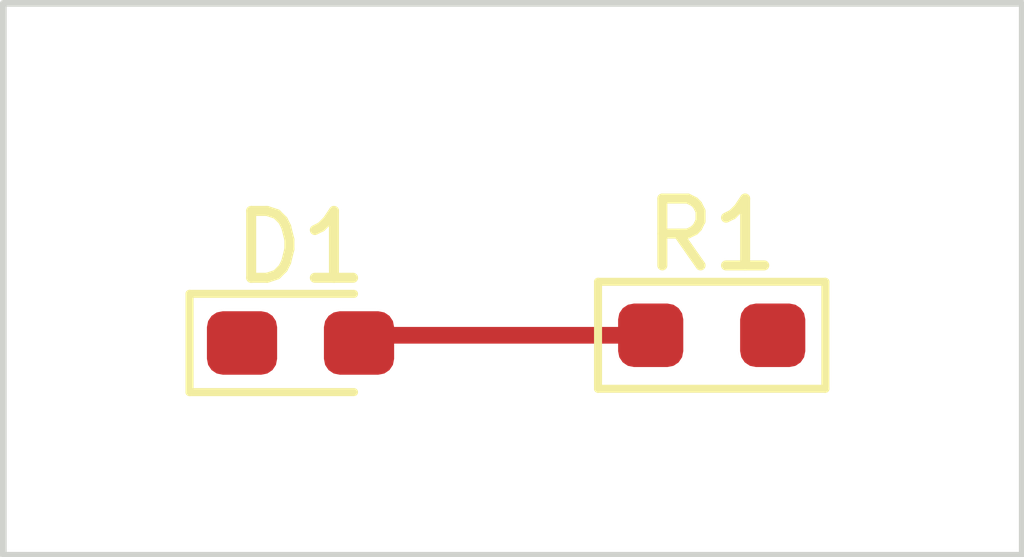
<source format=kicad_pcb>
(kicad_pcb (version 20221018) (generator pcbnew)
  (layers (0 "F.Cu" signal) (31 "B.Cu" signal) (34 "B.Paste" user) (35 "F.Paste" user) (36 "B.SilkS" user "B.Silkscreen") (37 "F.SilkS" user "F.Silkscreen") (38 "B.Mask" user) (39 "F.Mask" user) (44 "Edge.Cuts" user))
  (net 0 "")
  (net 1 "VDD")
  (net 2 "/1")
  (net 3 "GND")
  (footprint "PCM_Resistor_SMD_AKL:R_0603_1608Metric_Pad0.98x0.95mm" (layer "F.Cu") (at 147.12 92.595)
    (fp_text reference "R1" (at 0 -1.5) (layer "F.SilkS"))
    (fp_text value "600" hide)
    (fp_line (start -1.7 -0.8) (end -1.7 0.8) (stroke (width 0.12)) (layer "F.SilkS"))
    (fp_line (start -1.7 0.8) (end 1.7 0.8) (stroke (width 0.12)) (layer "F.SilkS"))
    (fp_line (start 1.7 -0.8) (end -1.7 -0.8) (stroke (width 0.12)) (layer "F.SilkS"))
    (fp_line (start 1.7 0.8) (end 1.7 -0.8) (stroke (width 0.12)) (layer "F.SilkS"))
    (pad "1" smd roundrect (at -0.9125 0) (size 0.975 0.95) (layers "F.Cu" "F.Paste" "F.Mask") (net 2 "/1"))
    (pad "2" smd roundrect (at 0.9125 0) (size 0.975 0.95) (layers "F.Cu" "F.Paste" "F.Mask") (net 3 "GND"))
  )
  (footprint "LED_SMD:LED_0603_1608Metric_Pad1.05x0.95mm_HandSolder" (layer "F.Cu") (at 140.97 92.71)
    (fp_text reference "D1" (at 0 -1.43) (layer "F.SilkS"))
    (fp_text value "LED")
    (fp_line (start -1.66 -0.735) (end -1.66 0.735) (stroke (width 0.12)) (layer "F.SilkS"))
    (fp_line (start -1.66 0.735) (end 0.8 0.735) (stroke (width 0.12)) (layer "F.SilkS"))
    (fp_line (start 0.8 -0.735) (end -1.66 -0.735) (stroke (width 0.12)) (layer "F.SilkS"))
    (pad "1" smd roundrect (at -0.875 0) (size 1.05 0.95) (layers "F.Cu" "F.Paste" "F.Mask") (net 1 "VDD"))
    (pad "2" smd roundrect (at 0.875 0) (size 1.05 0.95) (layers "F.Cu" "F.Paste" "F.Mask") (net 2 "/1"))
  )
  (gr_rect (start 136.525 87.63) (end 151.765 95.885) (stroke (width 0.1)) (fill none) (layer "Edge.Cuts"))
  (segment (start 141.96 92.595) (end 141.845 92.71) (width 0.25) (layer "F.Cu") (net 2))
  (segment (start 146.2075 92.595) (end 141.96 92.595) (width 0.25) (layer "F.Cu") (net 2))
)
</source>
